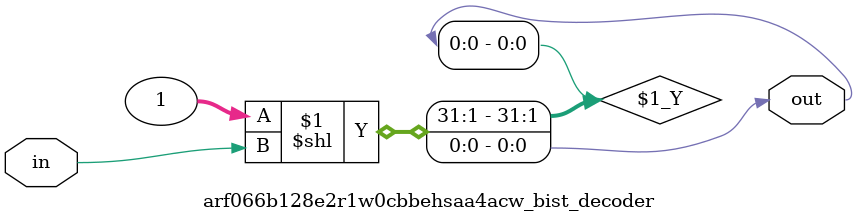
<source format=sv>

`ifndef ARF066B128E2R1W0CBBEHSAA4ACW_BIST_DECODER_SV
`define ARF066B128E2R1W0CBBEHSAA4ACW_BIST_DECODER_SV

module arf066b128e2r1w0cbbehsaa4acw_bist_decoder # (
  parameter IN_WIDTH  = 1,
  parameter OUT_WIDTH = 1
)
(
  input  logic [IN_WIDTH-1:0]  in,
  output logic [OUT_WIDTH-1:0] out
);
  
  assign out = 'b1 << in;

endmodule // arf066b128e2r1w0cbbehsaa4acw_bist_decoder

`endif // ARF066B128E2R1W0CBBEHSAA4ACW_BIST_DECODER_SV
</source>
